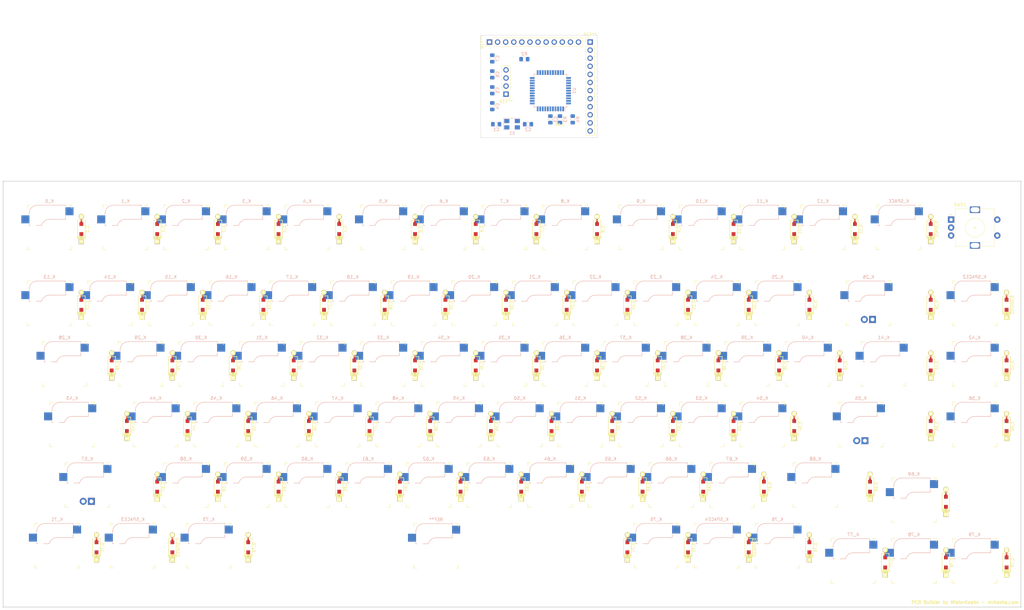
<source format=kicad_pcb>
(kicad_pcb (version 20211014) (generator pcbnew)
  (layers (0 "F.Cu" signal) (31 "B.Cu" signal) (34 "B.Paste" user) (35 "F.Paste" user) (36 "B.SilkS" user "B.Silkscreen") (37 "F.SilkS" user "F.Silkscreen") (38 "B.Mask" user) (39 "F.Mask" user) (44 "Edge.Cuts" user))
  (net 0 "")
  (net 1 "GND")
  (net 2 "VCC")
  (net 3 "/col0")
  (net 4 "/col1")
  (net 5 "/col2")
  (net 6 "/col3")
  (net 7 "/col4")
  (net 8 "/col5")
  (net 9 "/col6")
  (net 10 "/col7")
  (net 11 "/col8")
  (net 12 "/col9")
  (net 13 "/col10")
  (net 14 "/col11")
  (net 15 "/col12")
  (net 16 "/col13")
  (net 17 "/col14")
  (net 18 "/col15")
  (net 19 "/row0")
  (net 20 "/row1")
  (net 21 "/row2")
  (net 22 "/row3")
  (net 23 "/row4")
  (net 24 "/row5")
  (net 25 "/row6")
  (net 26 "Net-(D_0-Pad2)")
  (net 27 "Net-(D_1-Pad2)")
  (net 28 "Net-(D_2-Pad2)")
  (net 29 "Net-(D_3-Pad2)")
  (net 30 "Net-(D_4-Pad2)")
  (net 31 "Net-(D_5-Pad2)")
  (net 32 "Net-(D_6-Pad2)")
  (net 33 "Net-(D_7-Pad2)")
  (net 34 "Net-(D_8-Pad2)")
  (net 35 "Net-(D_9-Pad2)")
  (net 36 "Net-(D_10-Pad2)")
  (net 37 "Net-(D_11-Pad2)")
  (net 38 "Net-(D_12-Pad2)")
  (net 39 "Net-(D_SPACE-Pad2)")
  (net 40 "Net-(D_13-Pad2)")
  (net 41 "Net-(D_14-Pad2)")
  (net 42 "Net-(D_15-Pad2)")
  (net 43 "Net-(D_16-Pad2)")
  (net 44 "Net-(D_17-Pad2)")
  (net 45 "Net-(D_18-Pad2)")
  (net 46 "Net-(D_19-Pad2)")
  (net 47 "Net-(D_20-Pad2)")
  (net 48 "Net-(D_21-Pad2)")
  (net 49 "Net-(D_22-Pad2)")
  (net 50 "Net-(D_23-Pad2)")
  (net 51 "Net-(D_24-Pad2)")
  (net 52 "Net-(D_25-Pad2)")
  (net 53 "Net-(D_26-Pad2)")
  (net 54 "Net-(D_SPACE2-Pad2)")
  (net 55 "Net-(D_28-Pad2)")
  (net 56 "Net-(D_29-Pad2)")
  (net 57 "Net-(D_30-Pad2)")
  (net 58 "Net-(D_31-Pad2)")
  (net 59 "Net-(D_32-Pad2)")
  (net 60 "Net-(D_33-Pad2)")
  (net 61 "Net-(D_34-Pad2)")
  (net 62 "Net-(D_35-Pad2)")
  (net 63 "Net-(D_36-Pad2)")
  (net 64 "Net-(D_37-Pad2)")
  (net 65 "Net-(D_38-Pad2)")
  (net 66 "Net-(D_39-Pad2)")
  (net 67 "Net-(D_40-Pad2)")
  (net 68 "Net-(D_41-Pad2)")
  (net 69 "Net-(D_42-Pad2)")
  (net 70 "Net-(D_43-Pad2)")
  (net 71 "Net-(D_44-Pad2)")
  (net 72 "Net-(D_45-Pad2)")
  (net 73 "Net-(D_46-Pad2)")
  (net 74 "Net-(D_47-Pad2)")
  (net 75 "Net-(D_48-Pad2)")
  (net 76 "Net-(D_49-Pad2)")
  (net 77 "Net-(D_50-Pad2)")
  (net 78 "Net-(D_51-Pad2)")
  (net 79 "Net-(D_52-Pad2)")
  (net 80 "Net-(D_53-Pad2)")
  (net 81 "Net-(D_54-Pad2)")
  (net 82 "Net-(D_55-Pad2)")
  (net 83 "Net-(D_56-Pad2)")
  (net 84 "Net-(D_57-Pad2)")
  (net 85 "Net-(D_58-Pad2)")
  (net 86 "Net-(D_59-Pad2)")
  (net 87 "Net-(D_60-Pad2)")
  (net 88 "Net-(D_61-Pad2)")
  (net 89 "Net-(D_62-Pad2)")
  (net 90 "Net-(D_63-Pad2)")
  (net 91 "Net-(D_64-Pad2)")
  (net 92 "Net-(D_65-Pad2)")
  (net 93 "Net-(D_66-Pad2)")
  (net 94 "Net-(D_67-Pad2)")
  (net 95 "Net-(D_68-Pad2)")
  (net 96 "Net-(D_71-Pad2)")
  (net 97 "Net-(D_SPACE3-Pad2)")
  (net 98 "Net-(D_73-Pad2)")
  (net 99 "Net-(D_74-Pad2)")
  (net 100 "Net-(D_75-Pad2)")
  (net 101 "Net-(D_SPACE4-Pad2)")
  (net 102 "Net-(D_76-Pad2)")
  (net 103 "Net-(D_69-Pad2)")
  (net 104 "Net-(D_77-Pad2)")
  (net 105 "Net-(D_78-Pad2)")
  (net 106 "Net-(D_79-Pad2)")
  (net 107 "Net-(C1-Pad1)")
  (net 108 "Net-(C2-Pad1)")
  (net 109 "Net-(R1-Pad1)")
  (net 110 "Net-(R2-Pad1)")
  (net 111 "Net-(R3-Pad1)")
  (net 112 "Net-(R4-Pad1)")
  (net 113 "Net-(USB1-Pad2)")
  (net 114 "Net-(USB1-Pad3)")
  (net 115 "Net-(C3-Pad1)")
  (net 116 "Net-(U1-Pad1)")
  (net 117 "Net-(U1-Pad7)")
  (net 118 "Net-(U1-Pad34)")
  (net 119 "Net-(U1-Pad36)")
  (net 120 "Net-(U1-Pad42)")
  (net 121 "Net-(U1-Pad43)")
  (net 122 "Net-(U1-Pad44)")
  (footprint "keyswitches:Kailh_socket_MX" (layer "F.Cu") (at 216.57 238.97)
    (fp_text reference "K_59")
    (fp_text value "KEYSW")
  )
  (footprint "keyswitches:Kailh_socket_MX" (layer "F.Cu") (at 197.52 158.0075)
    (fp_text reference "K_2")
    (fp_text value "KEYSW")
  )
  (footprint "keyboard_parts:D_SOD123_axial" (layer "F.Cu") (at 259.9325 182.32 90)
    (fp_text reference "D_18")
    (fp_text value "D" hide)
  )
  (footprint "keyswitches:Kailh_socket_MX" (layer "F.Cu") (at 235.62 238.97)
    (fp_text reference "K_60")
    (fp_text value "KEYSW")
  )
  (footprint "keyboard_parts:D_SOD123_axial" (layer "F.Cu") (at 164.6825 158.5075 90)
    (fp_text reference "D_0")
    (fp_text value "D" hide)
  )
  (footprint "keyboard_parts:D_SOD123_axial" (layer "F.Cu") (at 378.995 239.47 90)
    (fp_text reference "D_67")
    (fp_text value "D" hide)
  )
  (footprint "keyswitches:Kailh_socket_MX" (layer "F.Cu") (at 395.16375 238.97)
    (fp_text reference "K_68")
    (fp_text value "KEYSW")
  )
  (footprint "keyboard_parts:D_SOD123_axial" (layer "F.Cu") (at 431.3825 158.5075 90)
    (fp_text reference "D_SPACE")
    (fp_text value "D" hide)
  )
  (footprint "keyboard_parts:D_SOD123_axial" (layer "F.Cu") (at 355.1825 258.52 90)
    (fp_text reference "D_75")
    (fp_text value "D" hide)
  )
  (footprint "keyboard_parts:D_SOD123_axial" (layer "F.Cu") (at 307.5575 158.5075 90)
    (fp_text reference "D_7")
    (fp_text value "D" hide)
  )
  (footprint "keyswitches:Kailh_socket_MX" (layer "F.Cu") (at 345.1575 258.02)
    (fp_text reference "K_75")
    (fp_text value "KEYSW")
  )
  (footprint "keyboard_parts:D_SOD123_axial" (layer "F.Cu") (at 431.3825 220.42 90)
    (fp_text reference "D_55")
    (fp_text value "D" hide)
  )
  (footprint "keyboard_parts:D_SOD123_axial" (layer "F.Cu") (at 407.57 158.5075 90)
    (fp_text reference "D_12")
    (fp_text value "D" hide)
  )
  (footprint "keyswitches:Kailh_socket_MX" (layer "F.Cu") (at 359.445 158.0075)
    (fp_text reference "K_10")
    (fp_text value "KEYSW")
  )
  (footprint "keyswitches:Kailh_socket_MX" (layer "F.Cu") (at 316.5825 200.87)
    (fp_text reference "K_36")
    (fp_text value "KEYSW")
  )
  (footprint "keyboard_parts:D_SOD123_axial" (layer "F.Cu") (at 312.32 220.42 90)
    (fp_text reference "D_50")
    (fp_text value "D" hide)
  )
  (footprint "keyboard_parts:D_SOD123_axial" (layer "F.Cu") (at 188.495 158.5075 90)
    (fp_text reference "D_1")
    (fp_text value "D" hide)
  )
  (footprint "keyboard_parts:D_SOD123_axial" (layer "F.Cu") (at 317.0825 182.32 90)
    (fp_text reference "D_21")
    (fp_text value "D" hide)
  )
  (footprint "keyboard_parts:D_SOD123_axial" (layer "F.Cu") (at 278.9825 182.32 90)
    (fp_text reference "D_19")
    (fp_text value "D" hide)
  )
  (footprint "keyswitches:Kailh_socket_MX" (layer "F.Cu") (at 445.17 219.92)
    (fp_text reference "K_56")
    (fp_text value "KEYSW")
  )
  (footprint "keyboard_parts:D_SOD123_axial" (layer "F.Cu") (at 217.07 220.42 90)
    (fp_text reference "D_45")
    (fp_text value "D" hide)
  )
  (footprint "keyswitches:Kailh_socket_MX" (layer "F.Cu") (at 383.2575 181.82)
    (fp_text reference "K_25")
    (fp_text value "KEYSW")
  )
  (footprint "keyboard_parts:D_SOD123_axial" (layer "F.Cu") (at 369.47 220.42 90)
    (fp_text reference "D_53")
    (fp_text value "D" hide)
  )
  (footprint "keyboard_parts:D_SOD123_axial" (layer "F.Cu") (at 455.195 182.32 90)
    (fp_text reference "D_SPACE2")
    (fp_text value "D" hide)
  )
  (footprint "keyboard_parts:D_SOD123_axial" (layer "F.Cu") (at 331.37 220.42 90)
    (fp_text reference "D_51")
    (fp_text value "D" hide)
  )
  (footprint "keyswitches:Kailh_socket_MX" (layer "F.Cu") (at 349.92 238.97)
    (fp_text reference "K_66")
    (fp_text value "KEYSW")
  )
  (footprint "keyboard_parts:D_SOD123_axial" (layer "F.Cu") (at 250.4075 201.37 90)
    (fp_text reference "D_32")
    (fp_text value "D" hide)
  )
  (footprint "keyswitches:Kailh_socket_MX" (layer "F.Cu") (at 368.97 238.97)
    (fp_text reference "K_67")
    (fp_text value "KEYSW")
  )
  (footprint "keyboard_parts:D_SOD123_axial" (layer "F.Cu") (at 293.27 220.42 90)
    (fp_text reference "D_49")
    (fp_text value "D" hide)
  )
  (footprint "keyswitches:Kailh_socket_MX" (layer "F.Cu") (at 183.2325 200.87)
    (fp_text reference "K_29")
    (fp_text value "KEYSW")
  )
  (footprint "keyboard_parts:D_SOD123_axial" (layer "F.Cu") (at 202.7825 182.32 90)
    (fp_text reference "D_15")
    (fp_text value "D" hide)
  )
  (footprint "keyboard_parts:D_SOD123_axial" (layer "F.Cu") (at 326.6075 201.37 90)
    (fp_text reference "D_36")
    (fp_text value "D" hide)
  )
  (footprint "keyswitches:Kailh_socket_MX" (layer "F.Cu") (at 416.595 200.87)
    (fp_text reference "K_41")
    (fp_text value "KEYSW")
  )
  (footprint "keyboard_parts:D_SOD123_axial" (layer "F.Cu") (at 340.895 239.47 90)
    (fp_text reference "D_65")
    (fp_text value "D" hide)
  )
  (footprint "keyboard_parts:D_SOD123_axial" (layer "F.Cu") (at 355.1825 182.32 90)
    (fp_text reference "D_23")
    (fp_text value "D" hide)
  )
  (footprint "keyboard_parts:D_SOD123_axial" (layer "F.Cu") (at 307.5575 201.37 90)
    (fp_text reference "D_35")
    (fp_text value "D" hide)
  )
  (footprint "keyswitches:Kailh_socket_MX" (layer "F.Cu") (at 161.80125 219.92)
    (fp_text reference "K_43")
    (fp_text value "KEYSW")
  )
  (footprint "keyswitches:Kailh_socket_MX" (layer "F.Cu") (at 330.87 238.97)
    (fp_text reference "K_65")
    (fp_text value "KEYSW")
  )
  (footprint "keyswitches:Kailh_socket_MX" (layer "F.Cu") (at 340.395 219.92)
    (fp_text reference "K_52")
    (fp_text value "KEYSW")
  )
  (footprint "keyboard_parts:D_SOD123_axial" (layer "F.Cu") (at 345.6575 201.37 90)
    (fp_text reference "D_37")
    (fp_text value "D" hide)
  )
  (footprint "keyboard_parts:D_SOD123_axial" (layer "F.Cu") (at 269.4575 201.37 90)
    (fp_text reference "D_33")
    (fp_text value "D" hide)
  )
  (footprint "keyboard_parts:D_SOD123_axial" (layer "F.Cu") (at 236.12 220.42 90)
    (fp_text reference "D_46")
    (fp_text value "D" hide)
  )
  (footprint "keyswitches:Kailh_socket_MX" (layer "F.Cu") (at 273.72 238.97)
    (fp_text reference "K_62")
    (fp_text value "KEYSW")
  )
  (footprint "keyswitches:Kailh_socket_MX" (layer "F.Cu") (at 254.67 238.97)
    (fp_text reference "K_61")
    (fp_text value "KEYSW")
  )
  (footprint "keyswitches:Kailh_socket_MX" (layer "F.Cu") (at 340.395 158.0075)
    (fp_text reference "K_9")
    (fp_text value "KEYSW")
  )
  (footprint "keyboard_parts:D_SOD123_axial" (layer "F.Cu") (at 359.945 239.47 90)
    (fp_text reference "D_66")
    (fp_text value "D" hide)
  )
  (footprint "keyboard_parts:D_SOD123_axial" (layer "F.Cu") (at 212.3075 201.37 90)
    (fp_text reference "D_30")
    (fp_text value "D" hide)
  )
  (footprint "keyswitches:Kailh_socket_MX" (layer "F.Cu") (at 407.07 262.7825)
    (fp_text reference "K_77")
    (fp_text value "KEYSW")
  )
  (footprint "keyboard_parts:D_SOD123_axial" (layer "F.Cu") (at 198.02 220.42 90)
    (fp_text reference "D_44")
    (fp_text value "D" hide)
  )
  (footprint "keyswitches:Kailh_socket_MX" (layer "F.Cu") (at 192.7575 181.82)
    (fp_text reference "K_15")
    (fp_text value "KEYSW")
  )
  (footprint "keyswitches:Kailh_socket_MX" (layer "F.Cu") (at 326.1075 181.82)
    (fp_text reference "K_22")
    (fp_text value "KEYSW")
  )
  (footprint "keyboard_parts:D_SOD123_axial" (layer "F.Cu") (at 326.6075 158.5075 90)
    (fp_text reference "D_8")
    (fp_text value "D" hide)
  )
  (footprint "keyswitches:Kailh_socket_MX" (layer "F.Cu") (at 292.77 238.97)
    (fp_text reference "K_63")
    (fp_text value "KEYSW")
  )
  (footprint "Connector_PinHeader_2.54mm:PinHeader_1x04_P2.54mm_Vertical" (layer "F.Cu") (at 298.03 116.12 180)
    (fp_text reference "REF**")
    (fp_text value "PinHeader_1x04_P2.54mm_Vertical")
  )
  (footprint "keyswitches:Kailh_socket_MX" (layer "F.Cu") (at 335.6325 200.87)
    (fp_text reference "K_37")
    (fp_text value "KEYSW")
  )
  (footprint "keyboard_parts:D_SOD123_axial" (layer "F.Cu") (at 226.595 239.47 90)
    (fp_text reference "D_59")
    (fp_text value "D" hide)
  )
  (footprint "keyboard_parts:D_SOD123_axial" (layer "F.Cu") (at 393.2825 258.52 90)
    (fp_text reference "D_76")
    (fp_text value "D" hide)
  )
  (footprint "keyboard_parts:D_SOD123_axial" (layer "F.Cu") (at 217.07 258.52 90)
    (fp_text reference "D_73")
    (fp_text value "D" hide)
  )
  (footprint "keyswitches:Kailh_socket_MX" (layer "F.Cu") (at 268.9575 181.82)
    (fp_text reference "K_19")
    (fp_text value "KEYSW")
  )
  (footprint "keyboard_parts:D_SOD123_axial" (layer "F.Cu") (at 183.7325 182.32 90)
    (fp_text reference "D_14")
    (fp_text value "D" hide)
  )
  (footprint "keyswitches:Kailh_socket_MX" (layer "F.Cu") (at 378.495 158.0075)
    (fp_text reference "K_11")
    (fp_text value "KEYSW")
  )
  (footprint "keyswitches:Kailh_socket_MX" (layer "F.Cu") (at 383.2575 258.02)
    (fp_text reference "K_76")
    (fp_text value "KEYSW")
  )
  (footprint "keyboard_parts:D_SOD123_axial" (layer "F.Cu") (at 350.42 158.5075 90)
    (fp_text reference "D_9")
    (fp_text value "D" hide)
  )
  (footprint "keyboard_parts:D_SOD123_axial" (layer "F.Cu") (at 269.4575 158.5075 90)
    (fp_text reference "D_5")
    (fp_text value "D" hide)
  )
  (footprint "keyboard_parts:D_SOD123_axial" (layer "F.Cu") (at 288.5075 201.37 90)
    (fp_text reference "D_34")
    (fp_text value "D" hide)
  )
  (footprint "keyswitches:Kailh_socket_MX" (layer "F.Cu") (at 211.8075 181.82)
    (fp_text reference "K_16")
    (fp_text value "KEYSW")
  )
  (footprint "keyswitches:Kailh_socket_MX" (layer "F.Cu") (at 202.2825 200.87)
    (fp_text reference "K_30")
    (fp_text value "KEYSW")
  )
  (footprint "keyboard_parts:D_SOD123_axial" (layer "F.Cu") (at 412.3325 239.47 90)
    (fp_text reference "D_68")
    (fp_text value "D" hide)
  )
  (footprint "keyboard_parts:D_SOD123_axial" (layer "F.Cu") (at 245.645 239.47 90)
    (fp_text reference "D_60")
    (fp_text value "D" hide)
  )
  (footprint "keyswitches:Kailh_socket_MX" (layer "F.Cu") (at 373.7325 200.87)
    (fp_text reference "K_39")
    (fp_text value "KEYSW")
  )
  (footprint "keyswitches:Kailh_socket_MX" (layer "F.Cu") (at 426.12 262.7825)
    (fp_text reference "K_78")
    (fp_text value "KEYSW")
  )
  (footprint "keyboard_parts:D_SOD123_axial" (layer "F.Cu") (at 169.445 258.52 90)
    (fp_text reference "D_71")
    (fp_text value "D" hide)
  )
  (footprint "keyswitches:Kailh_socket_MX" (layer "F.Cu") (at 311.82 238.97)
    (fp_text reference "K_64")
    (fp_text value "KEYSW")
  )
  (footprint "keyboard_parts:D_SOD123_axial" (layer "F.Cu") (at 288.5075 158.5075 90)
    (fp_text reference "D_6")
    (fp_text value "D" hide)
  )
  (footprint "keyswitches:Kailh_socket_MX" (layer "F.Cu") (at 445.17 262.7825)
    (fp_text reference "K_79")
    (fp_text value "KEYSW")
  )
  (footprint "keyswitches:Kailh_socket_MX" (layer "F.Cu") (at 235.62 158.0075)
    (fp_text reference "K_4")
    (fp_text value "KEYSW")
  )
  (footprint "keyboard_parts:D_SOD123_axial" (layer "F.Cu") (at 178.97 220.42 90)
    (fp_text reference "D_43")
    (fp_text value "D" hide)
  )
  (footprint "keyboard_parts:D_SOD123_axial" (layer "F.Cu") (at 350.42 220.42 90)
    (fp_text reference "D_52")
    (fp_text value "D" hide)
  )
  (footprint "keyboard_parts:D_SOD123_axial" (layer "F.Cu") (at 264.695 239.47 90)
    (fp_text reference "D_61")
    (fp_text value "D" hide)
  )
  (footprint "keyboard_parts:D_SOD123_axial" (layer "F.Cu") (at 174.2075 201.37 90)
    (fp_text reference "D_28")
    (fp_text value "D" hide)
  )
  (footprint "keyboard_parts:D_SOD123_axial" (layer "F.Cu") (at 298.0325 182.32 90)
    (fp_text reference "D_20")
    (fp_text value "D" hide)
  )
  (footprint "keyboard_parts:D_SOD123_axial" (layer "F.Cu") (at 431.3825 201.37 90)
    (fp_text reference "D_41")
    (fp_text value "D" hide)
  )
  (footprint "keyboard_parts:D_SOD123_axial" (layer "F.Cu") (at 336.1325 182.32 90)
    (fp_text reference "D_22")
    (fp_text value "D" hide)
  )
  (footprint "keyboard_parts:D_SOD123_axial" (layer "F.Cu") (at 274.22 220.42 90)
    (fp_text reference "D_48")
    (fp_text value "D" hide)
  )
  (footprint "marbastlib-mx:STAB_MX_6.25u" (layer "F.Cu") (at 276.10125 258.02)
    (fp_text reference "K_74" hide)
    (fp_text value "KEYSW")
  )
  (footprint "keyswitches:Kailh_socket_MX" (layer "F.Cu") (at 154.6575 181.82)
    (fp_text reference "K_13")
    (fp_text value "KEYSW")
  )
  (footprint "keyboard_parts:D_SOD123_axial" (layer "F.Cu") (at 364.7075 201.37 90)
    (fp_text reference "D_38")
    (fp_text value "D" hide)
  )
  (footprint "keyswitches:Kailh_socket_MX" (layer "F.Cu") (at 221.3325 200.87)
    (fp_text reference "K_31")
    (fp_text value "KEYSW")
  )
  (footprint "keyswitches:Kailh_socket_MX" (layer "F.Cu") (at 173.7075 181.82)
    (fp_text reference "K_14")
    (fp_text value "KEYSW")
  )
  (footprint "keyswitches:Kailh_socket_MX" (layer "F.Cu") (at 359.445 219.92)
    (fp_text reference "K_53")
    (fp_text value "KEYSW")
  )
  (footprint "keyswitches:Kailh_socket_MX" (layer "F.Cu") (at 283.245 219.92)
    (fp_text reference "K_49")
    (fp_text value "KEYSW")
  )
  (footprint "keyboard_parts:D_SOD123_axial" (layer "F.Cu") (at 374.2325 182.32 90)
    (fp_text reference "D_24")
    (fp_text value "D" hide)
  )
  (footprint "keyswitches:Kailh_socket_MX" (layer "F.Cu") (at 259.4325 158.0075)
    (fp_text reference "K_5")
    (fp_text value "KEYSW")
  )
  (footprint "keyswitches:Kailh_socket_MX" (layer "F.Cu") (at 259.4325 200.87)
    (fp_text reference "K_33")
    (fp_text value "KEYSW")
  )
  (footprint "keyswitches:Kailh_socket_MX" (layer "F.Cu") (at 249.9075 181.82)
    (fp_text reference "K_18")
    (fp_text value "KEYSW")
  )
  (footprint "keyboard_parts:D_SOD123_axial" (layer "F.Cu") (at 393.2825 182.32 90)
    (fp_text reference "D_25")
    (fp_text value "D" hide)
  )
  (footprint "keyboard_parts:D_SOD123_axial" (layer "F.Cu") (at 193.2575 258.52 90)
    (fp_text reference "D_SPACE3")
    (fp_text value "D" hide)
  )
  (footprint "keyboard_parts:D_SOD123_axial" (layer "F.Cu") (at 188.495 239.47 90)
    (fp_text reference "D_57")
    (fp_text value "D" hide)
  )
  (footprint "keyswitches:Kailh_socket_MX" (layer "F.Cu") (at 187.995 219.92)
    (fp_text reference "K_44")
    (fp_text value "KEYSW")
  )
  (footprint "keyswitches:Kailh_socket_MX" (layer "F.Cu") (at 180.85125 258.02)
    (fp_text reference "K_SPACE3")
    (fp_text value "KEYSW")
  )
  (footprint "keyboard_parts:D_SOD123_axial" (layer "F.Cu") (at 417.095 263.2825 90)
    (fp_text reference "D_77")
    (fp_text value "D" hide)
  )
  (footprint "keyswitches:Kailh_socket_MX" (layer "F.Cu") (at 397.545 158.0075)
    (fp_text reference "K_12")
    (fp_text value "KEYSW")
  )
  (footprint "keyboard_parts:D_SOD123_axial" (layer "F.Cu") (at 388.52 158.5075 90)
    (fp_text reference "D_11")
    (fp_text value "D" hide)
  )
  (footprint "Keebio-Parts:RotaryEncoder_Alps_EC11E-Switch_Vertical_H20mm" (layer "F.Cu") (at 445.28 158.05)
    (fp_text reference "SWR1")
    (fp_text value "Rotary_Encoder_Switch")
  )
  (footprint "keyboard_parts:D_SOD123_axial" (layer "F.Cu") (at 231.3575 201.37 90)
    (fp_text reference "D_31")
    (fp_text value "D" hide)
  )
  (footprint "keyswitches:Kailh_socket_MX" (layer "F.Cu") (at 178.47 158.0075)
    (fp_text reference "K_1")
    (fp_text value "KEYSW")
  )
  (footprint "keyboard_parts:D_SOD123_axial" (layer "F.Cu") (at 207.545 158.5075 90)
    (fp_text reference "D_2")
    (fp_text value "D" hide)
  )
  (footprint "keyboard_parts:D_SOD123_axial" (layer "F.Cu") (at 321.845 239.47 90)
    (fp_text reference "D_64")
    (fp_text value "D" hide)
  )
  (footprint "keyswitches:Kailh_socket_MX" (layer "F.Cu") (at 226.095 219.92)
    (fp_text reference "K_46")
    (fp_text value "KEYSW")
  )
  (footprint "keyswitches:Kailh_socket_MX_led stab" (layer "F.Cu") (at 166.56375 238.97)
    (fp_text reference "K_57")
    (fp_text value "KEYSW")
  )
  (footprint "keyswitches:Kailh_socket_MX" (layer "F.Cu") (at 278.4825 158.0075)
    (fp_text reference "K_6")
    (fp_text value "KEYSW")
  )
  (footprint "keyboard_parts:D_SOD123_axial" (layer "F.Cu") (at 402.8075 201.37 90)
    (fp_text reference "D_40")
    (fp_text value "D" hide)
  )
  (footprint "keyboard_parts:D_SOD123_axial" (layer "F.Cu") (at 455.195 201.37 90)
    (fp_text reference "D_42")
    (fp_text value "D" hide)
  )
  (footprint "keyboard_parts:D_SOD123_axial" (layer "F.Cu") (at 369.47 158.5075 90)
    (fp_text reference "D_10")
    (fp_text value "D" hide)
  )
  (footprint "keyswitches:Kailh_socket_MX" (layer "F.Cu") (at 421.3575 158.0075)
    (fp_text reference "K_SPACE")
    (fp_text value "KEYSW")
  )
  (footprint "keyboard_parts:D_SOD123_axial" (layer "F.Cu") (at 221.8325 182.32 90)
    (fp_text reference "D_16")
    (fp_text value "D" hide)
  )
  (footprint "keyswitches:Kailh_socket_MX" (layer "F.Cu") (at 216.57 158.0075)
    (fp_text reference "K_3")
    (fp_text value "KEYSW")
  )
  (footprint "keyboard_parts:D_SOD123_axial" (layer "F.Cu") (at 374.2325 258.52 90)
    (fp_text reference "D_SPACE4")
    (fp_text value "D" hide)
  )
  (footprint "keyswitches:Kailh_socket_MX" (layer "F.Cu") (at 159.42 200.87)
    (fp_text reference "K_28")
    (fp_text value "KEYSW")
  )
  (footprint "keyboard_parts:D_SOD123_axial" (layer "F.Cu") (at 302.795 239.47 90)
    (fp_text reference "D_63")
    (fp_text value "D" hide)
  )
  (footprint "keyswitches:Kailh_socket_MX" (layer "F.Cu") (at 364.2075 258.02)
    (fp_text reference "K_SPACE4")
    (fp_text value "KEYSW")
  )
  (footprint "keyswitches:Kailh_socket_MX" (layer "F.Cu") (at 321.345 219.92)
    (fp_text reference "K_51")
    (fp_text value "KEYSW")
  )
  (footprint "keyboard_parts:D_SOD123_axial" (layer "F.Cu") (at 336.1325 258.52 90)
    (fp_text reference "D_74")
    (fp_text value "D" hide)
  )
  (footprint "keyswitches:Kailh_socket_MX" (layer "F.Cu") (at 445.17 200.87)
    (fp_text reference "K_42")
    (fp_text value "KEYSW")
  )
  (footprint "keyboard_parts:D_SOD123_axial" (layer "F.Cu") (at 240.8825 182.32 90)
    (fp_text reference "D_17")
    (fp_text value "D" hide)
  )
  (footprint "keyboard_parts:D_SOD123_axial" (layer "F.Cu") (at 164.6825 182.32 90)
    (fp_text reference "D_13")
    (fp_text value "D" hide)
  )
  (footprint "keyboard_parts:D_SOD123_axial" (layer "F.Cu") (at 226.595 158.5075 90)
    (fp_text reference "D_3")
    (fp_text value "D" hide)
  )
  (footprint "keyswitches:Kailh_socket_MX" (layer "F.Cu") (at 354.6825 200.87)
    (fp_text reference "K_38")
    (fp_text value "KEYSW")
  )
  (footprint "keyswitches:Kailh_socket_MX" (layer "F.Cu") (at 288.0075 181.82)
    (fp_text reference "K_20")
    (fp_text value "KEYSW")
  )
  (footprint "keyboard_parts:D_SOD123_axial" (layer "F.Cu") (at 455.195 220.42 90)
    (fp_text reference "D_56")
    (fp_text value "D" hide)
  )
  (footprint "Connector_PinHeader_2.54mm:PinHeader_1x12_P2.54mm_Vertical" (layer "F.Cu") (at 324.44 99.74)
    (fp_text reference "REF**")
    (fp_text value "PinHeader_1x12_P2.54mm_Vertical")
  )
  (footprint "keyswitches:Kailh_socket_MX" (layer "F.Cu") (at 276.07 258.06)
    (fp_text reference "REF**")
    (fp_text value "Kailh_socket_MX")
  )
  (footprint "keyswitches:Kailh_socket_MX_led stab" (layer "F.Cu") (at 411.8325 181.82)
    (fp_text reference "K_26")
    (fp_text value "KEYSW")
  )
  (footprint "keyswitches:Kailh_socket_MX" (layer "F.Cu") (at 302.295 219.92)
    (fp_text reference "K_50")
    (fp_text value "KEYSW")
  )
  (footprint "keyboard_parts:D_SOD123_axial" (layer "F.Cu") (at 431.3825 182.32 90)
    (fp_text reference "D_26")
    (fp_text value "D" hide)
  )
  (footprint "keyswitches:Kailh_socket_MX" (layer "F.Cu") (at 345.1575 181.82)
    (fp_text reference "K_23")
    (fp_text value "KEYSW")
  )
  (footprint "keyboard_parts:D_SOD123_axial" (layer "F.Cu") (at 193.2575 201.37 90)
    (fp_text reference "D_29")
    (fp_text value "D" hide)
  )
  (footprint "keyboard_parts:D_SOD123_axial" (layer "F.Cu") (at 455.195 263.2825 90)
    (fp_text reference "D_79")
    (fp_text value "D" hide)
  )
  (footprint "keyswitches:Kailh_socket_MX" (layer "F.Cu") (at 378.495 219.92)
    (fp_text reference "K_54")
    (fp_text value "KEYSW")
  )
  (footprint "keyswitches:Kailh_socket_MX" (layer "F.Cu") (at 364.2075 181.82)
    (fp_text reference "K_24")
    (fp_text value "KEYSW")
  )
  (footprint "keyswitches:Kailh_socket_MX" (layer "F.Cu") (at 297.5325 200.87)
    (fp_text reference "K_35")
    (fp_text value "KEYSW")
  )
  (footprint "keyswitches:Kailh_socket_MX" (layer "F.Cu") (at 157.03875 258.02)
    (fp_text reference "K_71")
    (fp_text value "KEYSW")
  )
  (footprint "keyswitches:Kailh_socket_MX" (layer "F.Cu") (at 426.12 243.7325)
    (fp_text reference "K_69")
    (fp_text value "KEYSW")
  )
  (footprint "keyswitches:Kailh_socket_MX" (layer "F.Cu") (at 204.66375 258.02)
    (fp_text reference "K_73")
    (fp_text value "KEYSW")
  )
  (footprint "keyswitches:Kailh_socket_MX" (layer "F.Cu") (at 264.195 219.92)
    (fp_text reference "K_48")
    (fp_text value "KEYSW")
  )
  (footprint "Connector_PinHeader_2.54mm:PinHeader_1x12_P2.54mm_Vertical" (layer "F.Cu") (at 292.84 99.75 90)
    (fp_text reference "REF**")
    (fp_text value "PinHeader_1x12_P2.54mm_Vertical")
  )
  (footprint "keyswitches:Kailh_socket_MX" (layer "F.Cu") (at 307.0575 181.82)
    (fp_text reference "K_21")
    (fp_text value "KEYSW")
  )
  (footprint "keyboard_parts:D_SOD123_axial" (layer "F.Cu") (at 383.7575 201.37 90)
    (fp_text reference "D_39")
    (fp_text value "D" hide)
  )
  (footprint "keyswitches:Kailh_socket_MX" (layer "F.Cu") (at 278.4825 200.87)
    (fp_text reference "K_34")
    (fp_text value "KEYSW")
  )
  (footprint "keyboard_parts:D_SOD123_axial" (layer "F.Cu") (at 283.745 239.47 90)
    (fp_text reference "D_62")
    (fp_text value "D" hide)
  )
  (footprint "keyboard_parts:D_SOD123_axial" (layer "F.Cu") (at 436.145 244.2325 90)
    (fp_text reference "D_69")
    (fp_text value "D" hide)
  )
  (footprint "keyboard_parts:D_SOD123_axial" (layer "F.Cu") (at 436.145 263.2825 90)
    (fp_text reference "D_78")
    (fp_text value "D" hide)
  )
  (footprint "keyswitches:Kailh_socket_MX" (layer "F.Cu") (at 154.6575 158.0075)
    (fp_text reference "K_0")
    (fp_text value "KEYSW")
  )
  (footprint "keyswitches:Kailh_socket_MX" (layer "F.Cu") (at 445.17 181.82)
    (fp_text reference "K_SPACE2")
    (fp_text value "KEYSW")
  )
  (footprint "keyswitches:Kailh_socket_MX" (layer "F.Cu") (at 197.52 238.97)
    (fp_text reference "K_58")
    (fp_text value "KEYSW")
  )
  (footprint "keyswitches:Kailh_socket_MX" (layer "F.Cu") (at 240.3825 200.87)
    (fp_text reference "K_32")
    (fp_text value "KEYSW")
  )
  (footprint "keyswitches:Kailh_socket_MX" (layer "F.Cu") (at 230.8575 181.82)
    (fp_text reference "K_17")
    (fp_text value "KEYSW")
  )
  (footprint "keyswitches:Kailh_socket_MX" (layer "F.Cu") (at 297.5325 158.0075)
    (fp_text reference "K_7")
    (fp_text value "KEYSW")
  )
  (footprint "keyboard_parts:D_SOD123_axial" (layer "F.Cu") (at 207.545 239.47 90)
    (fp_text reference "D_58")
    (fp_text value "D" hide)
  )
  (footprint "keyswitches:Kailh_socket_MX" (layer "F.Cu") (at 316.5825 158.0075)
    (fp_text reference "K_8")
    (fp_text value "KEYSW")
  )
  (footprint "keyswitches:Kailh_socket_MX_led stab" (layer "F.Cu") (at 409.45125 219.92)
    (fp_text reference "K_55")
    (fp_text value "KEYSW")
  )
  (footprint "keyboard_parts:D_SOD123_axial" (layer "F.Cu") (at 388.52 220.42 90)
    (fp_text reference "D_54")
    (fp_text value "D" hide)
  )
  (footprint "keyboard_parts:D_SOD123_axial" (layer "F.Cu") (at 245.645 158.5075 90)
    (fp_text reference "D_4")
    (fp_text value "D" hide)
  )
  (footprint "keyboard_parts:D_SOD123_axial" (layer "F.Cu") (at 255.17 220.42 90)
    (fp_text reference "D_47")
    (fp_text value "D" hide)
  )
  (footprint "keyswitches:Kailh_socket_MX" (layer "F.Cu") (at 207.045 219.92)
    (fp_text reference "K_45")
    (fp_text value "KEYSW")
  )
  (footprint "keyswitches:Kailh_socket_MX" (layer "F.Cu") (at 245.145 219.92)
    (fp_text reference "K_47")
    (fp_text value "KEYSW")
  )
  (footprint "keyswitches:Kailh_socket_MX" (layer "F.Cu") (at 392.7825 200.87)
    (fp_text reference "K_40")
    (fp_text value "KEYSW")
  )
  (footprint "Capacitor_SMD:C_0805_2012Metric_Pad1.15x1.40mm_HandSolder" (layer "B.Cu") (at 293.71 104.905 90)
    (fp_text reference "C7")
    (fp_text value "22pF")
  )
  (footprint "Capacitor_SMD:C_0805_2012Metric_Pad1.15x1.40mm_HandSolder" (layer "B.Cu") (at 294.93 125.57)
    (fp_text reference "C1")
    (fp_text value "22pF")
  )
  (footprint "Capacitor_SMD:C_0805_2012Metric_Pad1.15x1.40mm_HandSolder" (layer "B.Cu") (at 304.93 125.57)
    (fp_text reference "C2")
    (fp_text value "22pF")
  )
  (footprint "Capacitor_SMD:C_0805_2012Metric_Pad1.15x1.40mm_HandSolder" (layer "B.Cu") (at 293.71 119.905 90)
    (fp_text reference "C4")
    (fp_text value "22pF")
  )
  (footprint "Resistor_SMD:R_0805_2012Metric_Pad1.15x1.40mm_HandSolder" (layer "B.Cu") (at 303.79 105.12 180)
    (fp_text reference "R2")
    (fp_text value "10k")
  )
  (footprint "Capacitor_SMD:C_0805_2012Metric_Pad1.15x1.40mm_HandSolder" (layer "B.Cu") (at 311.96 124.04 90)
    (fp_text reference "C3")
    (fp_text value "22pF")
  )
  (footprint "Resistor_SMD:R_0805_2012Metric_Pad1.15x1.40mm_HandSolder" (layer "B.Cu") (at 318.96 124.04 90)
    (fp_text reference "R4")
    (fp_text value "22")
  )
  (footprint "Package_QFP:TQFP-44_10x10mm_P0.8mm" (layer "B.Cu") (at 311.96 115.04 90)
    (fp_text reference "U1")
    (fp_text value "ATMEGA32U4")
  )
  (footprint "Capacitor_SMD:C_0805_2012Metric_Pad1.15x1.40mm_HandSolder" (layer "B.Cu") (at 293.71 114.905 90)
    (fp_text reference "C5")
    (fp_text value "22pF")
  )
  (footprint "Capacitor_SMD:C_0805_2012Metric_Pad1.15x1.40mm_HandSolder" (layer "B.Cu") (at 293.71 109.905 90)
    (fp_text reference "C6")
    (fp_text value "22pF")
  )
  (footprint "Resistor_SMD:R_0805_2012Metric_Pad1.15x1.40mm_HandSolder" (layer "B.Cu") (at 314.96 124.04 90)
    (fp_text reference "R3")
    (fp_text value "22")
  )
  (footprint "Crystal:Crystal_SMD_5032-4Pin_5.0x3.2mm" (layer "B.Cu") (at 299.93 125.57)
    (fp_text reference "X1")
    (fp_text value "XTAL_GND")
  )
  (gr_arc (start 459.695 143.4825) (mid 459.695 143.4825) (end 459.695 143.4825) (layer "Edge.Cuts") (width 0.2))
  (gr_rect (start 290.03 97.57) (end 326.68 129.77) (layer "Edge.Cuts") (width 0.1) (fill none))
  (gr_line (start 459.695 277.3075) (end 140.1325 277.3075) (layer "Edge.Cuts") (width 0.2))
  (gr_arc (start 140.1325 143.4825) (mid 140.1325 143.4825) (end 140.1325 143.4825) (layer "Edge.Cuts") (width 0.2))
  (gr_line (start 140.1325 143.4825) (end 459.695 143.4825) (layer "Edge.Cuts") (width 0.2))
  (gr_arc (start 459.695 277.3075) (mid 459.695 277.3075) (end 459.695 277.3075) (layer "Edge.Cuts") (width 0.2))
  (gr_line (start 459.695 143.4825) (end 459.695 277.3075) (layer "Edge.Cuts") (width 0.2))
  (gr_arc (start 140.1325 277.3075) (mid 140.1325 277.3075) (end 140.1325 277.3075) (layer "Edge.Cuts") (width 0.2))
  (gr_line (start 140.1325 277.3075) (end 140.1325 143.4825) (layer "Edge.Cuts") (width 0.2))
  (gr_text "PCB Builder by MisterKeebs - mrkeebs.com" (at 459.195 275.8075) (layer "F.SilkS") (effects (font (size 1 1) (thickness 0.3)) (justify right)))
)
</source>
